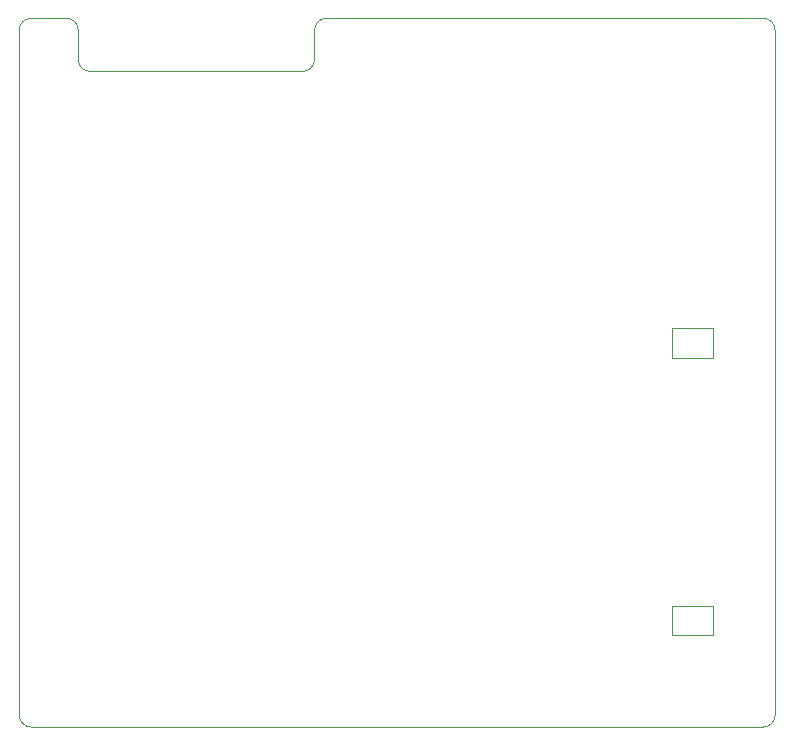
<source format=gbr>
%TF.GenerationSoftware,KiCad,Pcbnew,8.0.0*%
%TF.CreationDate,2024-06-17T16:53:13+02:00*%
%TF.ProjectId,Lucaudio_esp32,4c756361-7564-4696-9f5f-65737033322e,rev?*%
%TF.SameCoordinates,Original*%
%TF.FileFunction,Profile,NP*%
%FSLAX46Y46*%
G04 Gerber Fmt 4.6, Leading zero omitted, Abs format (unit mm)*
G04 Created by KiCad (PCBNEW 8.0.0) date 2024-06-17 16:53:13*
%MOMM*%
%LPD*%
G01*
G04 APERTURE LIST*
%TA.AperFunction,Profile*%
%ADD10C,0.050000*%
%TD*%
G04 APERTURE END LIST*
D10*
X103500000Y-66000000D02*
X106500000Y-66000000D01*
X103500000Y-126000000D02*
G75*
G02*
X102500000Y-125000000I0J1000000D01*
G01*
X128500000Y-66000000D02*
X165500000Y-66000000D01*
X102500000Y-67000000D02*
G75*
G02*
X103500000Y-66000000I1000000J0D01*
G01*
X108500000Y-70500000D02*
X126500000Y-70500000D01*
X102500000Y-125000000D02*
X102500000Y-67000000D01*
X106500000Y-66000000D02*
G75*
G02*
X107500000Y-67000000I0J-1000000D01*
G01*
X107500000Y-67000000D02*
X107500000Y-69500000D01*
X165500000Y-126000000D02*
X103500000Y-126000000D01*
X108500000Y-70500000D02*
G75*
G02*
X107500000Y-69500000I0J1000000D01*
G01*
X127500000Y-67000000D02*
G75*
G02*
X128500000Y-66000000I1000000J0D01*
G01*
X127500000Y-69500000D02*
X127500000Y-67000000D01*
X127500000Y-69500000D02*
G75*
G02*
X126500000Y-70500000I-1000000J0D01*
G01*
X165500000Y-66000000D02*
G75*
G02*
X166500000Y-67000000I0J-1000000D01*
G01*
X166500000Y-125000000D02*
G75*
G02*
X165500000Y-126000000I-1000000J0D01*
G01*
X166500000Y-67000000D02*
X166500000Y-125000000D01*
%TO.C,J3*%
X157750000Y-94750000D02*
X161250000Y-94750000D01*
X161250000Y-92250000D01*
X157750000Y-92250000D01*
X157750000Y-94750000D01*
X157750000Y-118250000D02*
X161250000Y-118250000D01*
X161250000Y-115750000D01*
X157750000Y-115750000D01*
X157750000Y-118250000D01*
%TD*%
M02*

</source>
